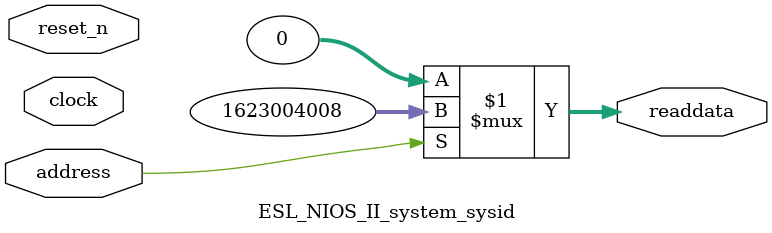
<source format=v>

`timescale 1ns / 1ps
// synthesis translate_on

// turn off superfluous verilog processor warnings 
// altera message_level Level1 
// altera message_off 10034 10035 10036 10037 10230 10240 10030 

module ESL_NIOS_II_system_sysid (
               // inputs:
                address,
                clock,
                reset_n,

               // outputs:
                readdata
             )
;

  output  [ 31: 0] readdata;
  input            address;
  input            clock;
  input            reset_n;

  wire    [ 31: 0] readdata;
  //control_slave, which is an e_avalon_slave
  assign readdata = address ? 1623004008 : 0;

endmodule




</source>
